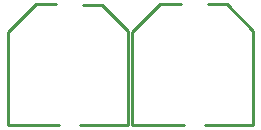
<source format=gto>
G04*
G04 #@! TF.GenerationSoftware,Altium Limited,Altium Designer,22.5.1 (42)*
G04*
G04 Layer_Color=65535*
%FSLAX25Y25*%
%MOIN*%
G70*
G04*
G04 #@! TF.SameCoordinates,FB260EB1-7277-4AC5-AAB9-1C9609E669AC*
G04*
G04*
G04 #@! TF.FilePolarity,Positive*
G04*
G01*
G75*
%ADD10C,0.01000*%
D10*
X445610Y302796D02*
X462638D01*
X445610D02*
Y333701D01*
X454960Y343052D01*
X461850D01*
X469724Y302796D02*
X485768D01*
X485866Y302697D01*
Y334193D01*
X477106Y342953D02*
X485866Y334193D01*
X470807Y342953D02*
X477106D01*
X404035Y302756D02*
X421063D01*
X404035D02*
Y333661D01*
X413386Y343012D01*
X420276D01*
X428150Y302756D02*
X444193D01*
X444291Y302657D01*
Y334154D01*
X435532Y342913D02*
X444291Y334154D01*
X429232Y342913D02*
X435532D01*
M02*

</source>
